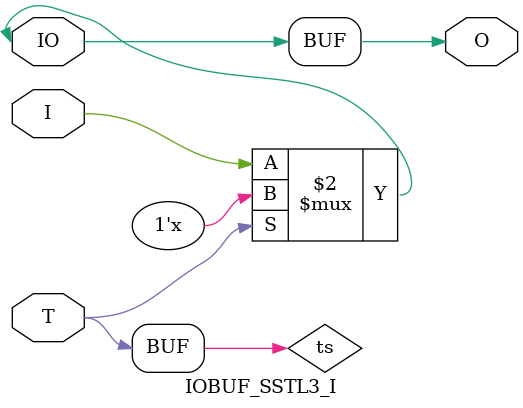
<source format=v>

/*

FUNCTION	: INPUT TRI-STATE OUTPUT BUFFER

*/

`celldefine
`timescale  100 ps / 10 ps

module IOBUF_SSTL3_I (O, IO, I, T);

    output O;

    inout  IO;

    input  I, T;

    or O1 (ts, 1'b0, T);
    bufif0 T1 (IO, I, ts);

    buf B1 (O, IO);

endmodule

</source>
